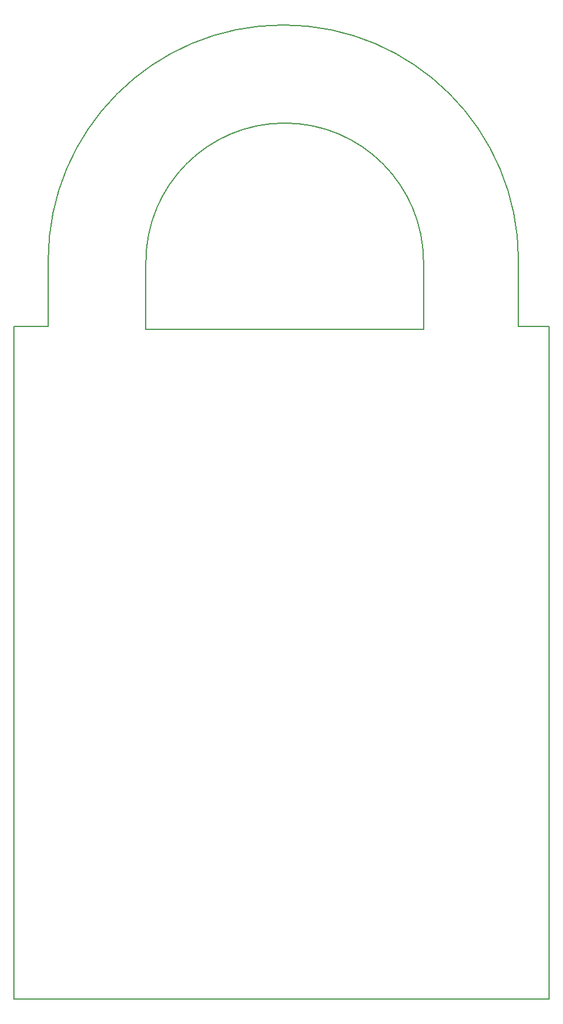
<source format=gbr>
G04 #@! TF.GenerationSoftware,KiCad,Pcbnew,5.0.2-bee76a0~70~ubuntu18.10.1*
G04 #@! TF.CreationDate,2019-05-27T16:03:46+10:00*
G04 #@! TF.ProjectId,keyboard,6b657962-6f61-4726-942e-6b696361645f,rev?*
G04 #@! TF.SameCoordinates,Original*
G04 #@! TF.FileFunction,Profile,NP*
%FSLAX46Y46*%
G04 Gerber Fmt 4.6, Leading zero omitted, Abs format (unit mm)*
G04 Created by KiCad (PCBNEW 5.0.2-bee76a0~70~ubuntu18.10.1) date Mon 27 May 2019 16:03:46 AEST*
%MOMM*%
%LPD*%
G01*
G04 APERTURE LIST*
%ADD10C,0.150000*%
G04 APERTURE END LIST*
D10*
X96750000Y-89600000D02*
X56250000Y-89600000D01*
X96750000Y-89600000D02*
X96750000Y-79800000D01*
X56250000Y-89600000D02*
X56250000Y-79800000D01*
X110600000Y-79550000D02*
X110600000Y-89200000D01*
X42000000Y-89200000D02*
X42000000Y-79550000D01*
X37000000Y-89200000D02*
X42000000Y-89200000D01*
X42000000Y-79550000D02*
G75*
G02X110600290Y-79550000I34300145J0D01*
G01*
X56250000Y-79800000D02*
G75*
G02X96750000Y-79800000I20250000J0D01*
G01*
X37000000Y-187250000D02*
X37000000Y-89200000D01*
X115050000Y-89200000D02*
X110600000Y-89200000D01*
X115050000Y-187250000D02*
X115050000Y-89200000D01*
X37000000Y-187250000D02*
X115050000Y-187250000D01*
M02*

</source>
